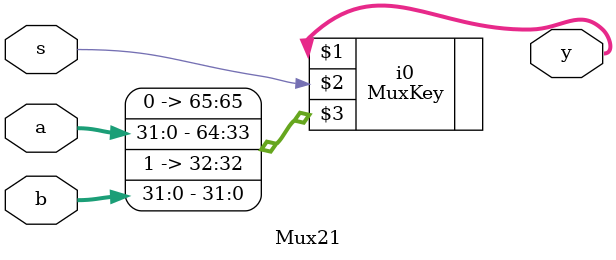
<source format=v>
module Mux21(
  input [31:0] a,
  input [31:0] b,
  input s,
  output [31:0] y
);
  // 输入信号的数目， 选择信号的宽度， 数据的宽度
  MuxKey #(2, 1, 32) i0 (y, s, {
    1'b0, a,
    1'b1, b
  });
endmodule

</source>
